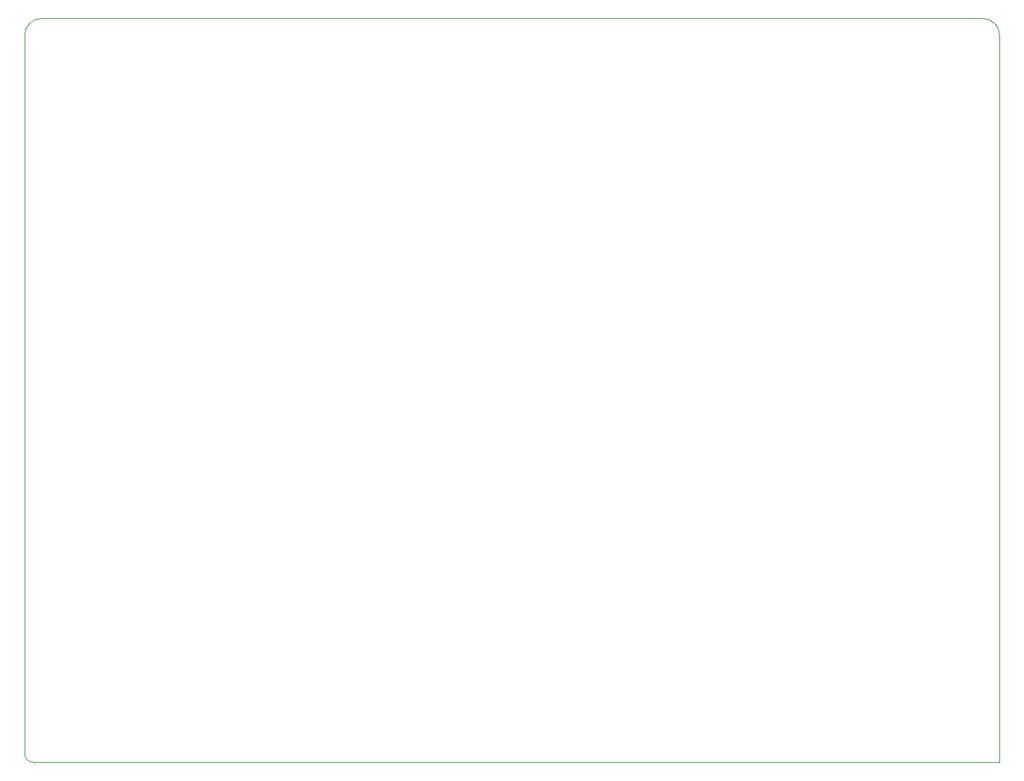
<source format=gbr>
G04 #@! TF.GenerationSoftware,KiCad,Pcbnew,7.0.9*
G04 #@! TF.CreationDate,2024-04-03T04:08:09-05:00*
G04 #@! TF.ProjectId,Arduino Controller - Entrex Trapezoid,41726475-696e-46f2-9043-6f6e74726f6c,rev?*
G04 #@! TF.SameCoordinates,Original*
G04 #@! TF.FileFunction,Profile,NP*
%FSLAX46Y46*%
G04 Gerber Fmt 4.6, Leading zero omitted, Abs format (unit mm)*
G04 Created by KiCad (PCBNEW 7.0.9) date 2024-04-03 04:08:09*
%MOMM*%
%LPD*%
G01*
G04 APERTURE LIST*
G04 #@! TA.AperFunction,Profile*
%ADD10C,0.050000*%
G04 #@! TD*
G04 APERTURE END LIST*
D10*
X44568000Y-43346000D02*
X44568000Y-127346000D01*
X158568000Y-43346000D02*
G75*
G03*
X156568000Y-41346000I-2000000J0D01*
G01*
X44568000Y-127346000D02*
G75*
G03*
X45568000Y-128346000I1000000J0D01*
G01*
X46568000Y-41346000D02*
G75*
G03*
X44568000Y-43346000I0J-2000000D01*
G01*
X156568000Y-41346000D02*
X46568000Y-41346000D01*
X158570000Y-128350000D02*
X158568000Y-127346000D01*
X158568000Y-127346000D02*
X158568000Y-43346000D01*
X45568000Y-128346000D02*
X158570000Y-128350000D01*
M02*

</source>
